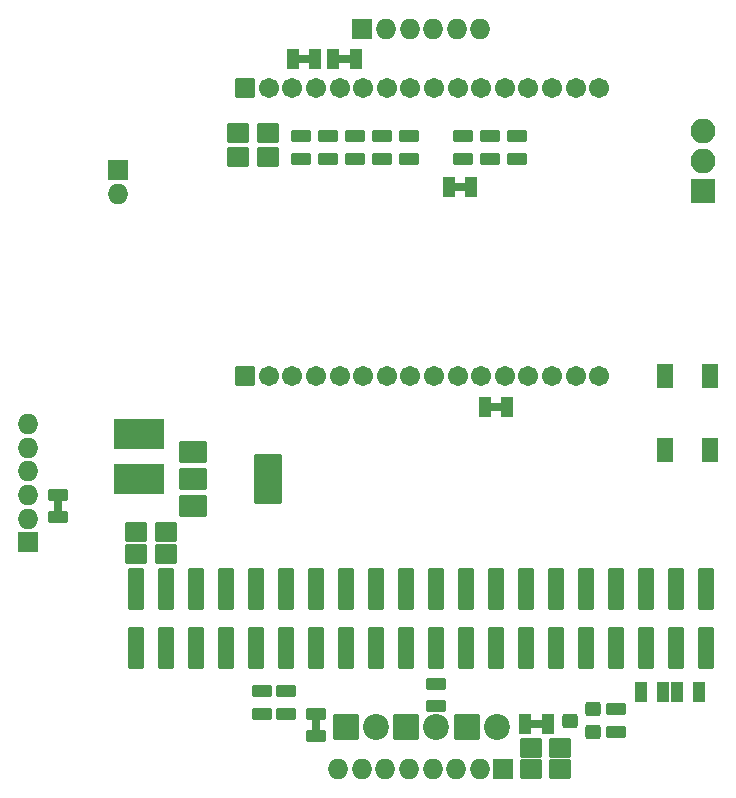
<source format=gts>
%TF.GenerationSoftware,KiCad,Pcbnew,7.0.11-7.0.11~ubuntu20.04.1*%
%TF.CreationDate,2018-09-28T09:22:47+02:00*%
%TF.ProjectId,helmet__,68656c6d-6574-45f5-9f2e-6b696361645f,rev?*%
%TF.SameCoordinates,Original*%
%TF.FileFunction,Soldermask,Top*%
%TF.FilePolarity,Negative*%
%FSLAX46Y46*%
G04 Gerber Fmt 4.6, Leading zero omitted, Abs format (unit mm)*
G04 Created by KiCad (PCBNEW 7.0.11-7.0.11~ubuntu20.04.1) date 2018-09-28 09:22:47*
%MOMM*%
%LPD*%
G01*
G04 APERTURE LIST*
G04 Aperture macros list*
%AMRoundRect*
0 Rectangle with rounded corners*
0 $1 Rounding radius*
0 $2 $3 $4 $5 $6 $7 $8 $9 X,Y pos of 4 corners*
0 Add a 4 corners polygon primitive as box body*
4,1,4,$2,$3,$4,$5,$6,$7,$8,$9,$2,$3,0*
0 Add four circle primitives for the rounded corners*
1,1,$1+$1,$2,$3*
1,1,$1+$1,$4,$5*
1,1,$1+$1,$6,$7*
1,1,$1+$1,$8,$9*
0 Add four rect primitives between the rounded corners*
20,1,$1+$1,$2,$3,$4,$5,0*
20,1,$1+$1,$4,$5,$6,$7,0*
20,1,$1+$1,$6,$7,$8,$9,0*
20,1,$1+$1,$8,$9,$2,$3,0*%
G04 Aperture macros list end*
%ADD10RoundRect,0.200000X-0.750000X-0.625000X0.750000X-0.625000X0.750000X0.625000X-0.750000X0.625000X0*%
%ADD11RoundRect,0.200000X0.750000X0.625000X-0.750000X0.625000X-0.750000X-0.625000X0.750000X-0.625000X0*%
%ADD12RoundRect,0.200000X-0.900000X-0.900000X0.900000X-0.900000X0.900000X0.900000X-0.900000X0.900000X0*%
%ADD13C,2.200000*%
%ADD14RoundRect,0.200000X-0.675000X0.675000X-0.675000X-0.675000X0.675000X-0.675000X0.675000X0.675000X0*%
%ADD15O,1.750000X1.750000*%
%ADD16RoundRect,0.200000X0.675000X0.675000X-0.675000X0.675000X-0.675000X-0.675000X0.675000X-0.675000X0*%
%ADD17RoundRect,0.200000X0.675000X-0.675000X0.675000X0.675000X-0.675000X0.675000X-0.675000X-0.675000X0*%
%ADD18RoundRect,0.200000X-0.675000X-0.675000X0.675000X-0.675000X0.675000X0.675000X-0.675000X0.675000X0*%
%ADD19RoundRect,0.200000X0.850000X0.850000X-0.850000X0.850000X-0.850000X-0.850000X0.850000X-0.850000X0*%
%ADD20O,2.100000X2.100000*%
%ADD21RoundRect,0.200000X0.350000X0.650000X-0.350000X0.650000X-0.350000X-0.650000X0.350000X-0.650000X0*%
%ADD22RoundRect,0.200000X0.762000X0.100000X-0.762000X0.100000X-0.762000X-0.100000X0.762000X-0.100000X0*%
%ADD23RoundRect,0.200000X-0.650000X0.350000X-0.650000X-0.350000X0.650000X-0.350000X0.650000X0.350000X0*%
%ADD24RoundRect,0.200000X-0.100000X0.762000X-0.100000X-0.762000X0.100000X-0.762000X0.100000X0.762000X0*%
%ADD25RoundRect,0.200000X-0.350000X-0.650000X0.350000X-0.650000X0.350000X0.650000X-0.350000X0.650000X0*%
%ADD26RoundRect,0.200000X-0.762000X-0.100000X0.762000X-0.100000X0.762000X0.100000X-0.762000X0.100000X0*%
%ADD27RoundRect,0.200000X0.650000X-0.350000X0.650000X0.350000X-0.650000X0.350000X-0.650000X-0.350000X0*%
%ADD28RoundRect,0.200000X0.100000X-0.762000X0.100000X0.762000X-0.100000X0.762000X-0.100000X-0.762000X0*%
%ADD29RoundRect,0.200000X-1.950000X1.100000X-1.950000X-1.100000X1.950000X-1.100000X1.950000X1.100000X0*%
%ADD30RoundRect,0.200000X-0.500000X0.850000X-0.500000X-0.850000X0.500000X-0.850000X0.500000X0.850000X0*%
%ADD31RoundRect,0.200000X0.652780X-0.652780X0.652780X0.652780X-0.652780X0.652780X-0.652780X-0.652780X0*%
%ADD32C,1.705560*%
%ADD33RoundRect,0.200000X-1.000000X-0.750000X1.000000X-0.750000X1.000000X0.750000X-1.000000X0.750000X0*%
%ADD34RoundRect,0.200000X-1.000000X-1.900000X1.000000X-1.900000X1.000000X1.900000X-1.000000X1.900000X0*%
%ADD35RoundRect,0.200000X-0.500000X1.575000X-0.500000X-1.575000X0.500000X-1.575000X0.500000X1.575000X0*%
%ADD36RoundRect,0.200000X0.450000X0.400000X-0.450000X0.400000X-0.450000X-0.400000X0.450000X-0.400000X0*%
G04 APERTURE END LIST*
D10*
%TO.C,C1*%
X185821000Y-91440000D03*
X188321000Y-91440000D03*
%TD*%
D11*
%TO.C,C2*%
X163556000Y-39624000D03*
X161056000Y-39624000D03*
%TD*%
D10*
%TO.C,C3*%
X185821000Y-89662000D03*
X188321000Y-89662000D03*
%TD*%
D11*
%TO.C,C4*%
X163556000Y-37592000D03*
X161056000Y-37592000D03*
%TD*%
D10*
%TO.C,C5*%
X152420000Y-73279000D03*
X154920000Y-73279000D03*
%TD*%
%TO.C,C6*%
X152420000Y-71374000D03*
X154920000Y-71374000D03*
%TD*%
D12*
%TO.C,D1*%
X170180000Y-87884000D03*
D13*
X172720000Y-87884000D03*
%TD*%
D12*
%TO.C,D2*%
X175260000Y-87884000D03*
D13*
X177800000Y-87884000D03*
%TD*%
D12*
%TO.C,D3*%
X180467000Y-87884000D03*
D13*
X183007000Y-87884000D03*
%TD*%
D14*
%TO.C,J1*%
X183515000Y-91440000D03*
D15*
X181515000Y-91440000D03*
X179515000Y-91440000D03*
X177515000Y-91440000D03*
X175515000Y-91440000D03*
X173515000Y-91440000D03*
X171515000Y-91440000D03*
X169515000Y-91440000D03*
%TD*%
D16*
%TO.C,J3*%
X143256000Y-72263000D03*
D15*
X143256000Y-70263000D03*
X143256000Y-68263000D03*
X143256000Y-66263000D03*
X143256000Y-64263000D03*
X143256000Y-62263000D03*
%TD*%
D17*
%TO.C,J4*%
X171577000Y-28829000D03*
D15*
X173577000Y-28829000D03*
X175577000Y-28829000D03*
X177577000Y-28829000D03*
X179577000Y-28829000D03*
X181577000Y-28829000D03*
%TD*%
D18*
%TO.C,J5*%
X150876000Y-40767000D03*
D15*
X150876000Y-42767000D03*
%TD*%
D19*
%TO.C,J7*%
X200406000Y-42545000D03*
D20*
X200406000Y-40005000D03*
X200406000Y-37465000D03*
%TD*%
D21*
%TO.C,JP1*%
X183830000Y-60833000D03*
D22*
X182880000Y-60833000D03*
D21*
X181930000Y-60833000D03*
%TD*%
D23*
%TO.C,JP3*%
X167640000Y-86807000D03*
D24*
X167640000Y-87757000D03*
D23*
X167640000Y-88707000D03*
%TD*%
D21*
%TO.C,JP5*%
X167574000Y-31369000D03*
D22*
X166624000Y-31369000D03*
D21*
X165674000Y-31369000D03*
%TD*%
%TO.C,JP6*%
X171003000Y-31369000D03*
D22*
X170053000Y-31369000D03*
D21*
X169103000Y-31369000D03*
%TD*%
D25*
%TO.C,JP7*%
X178882000Y-42164000D03*
D26*
X179832000Y-42164000D03*
D25*
X180782000Y-42164000D03*
%TD*%
D27*
%TO.C,JP8*%
X145796000Y-70165000D03*
D28*
X145796000Y-69215000D03*
D27*
X145796000Y-68265000D03*
%TD*%
D29*
%TO.C,L1*%
X152654000Y-63124000D03*
X152654000Y-66924000D03*
%TD*%
D27*
%TO.C,R1*%
X166370000Y-39812000D03*
X166370000Y-37912000D03*
%TD*%
%TO.C,R2*%
X168656000Y-39812000D03*
X168656000Y-37912000D03*
%TD*%
%TO.C,R3*%
X170942000Y-39812000D03*
X170942000Y-37912000D03*
%TD*%
%TO.C,R4*%
X173228000Y-39812000D03*
X173228000Y-37912000D03*
%TD*%
%TO.C,R5*%
X175514000Y-39812000D03*
X175514000Y-37912000D03*
%TD*%
D23*
%TO.C,R6*%
X184658000Y-37912000D03*
X184658000Y-39812000D03*
%TD*%
%TO.C,R7*%
X182372000Y-37912000D03*
X182372000Y-39812000D03*
%TD*%
%TO.C,R8*%
X180086000Y-37912000D03*
X180086000Y-39812000D03*
%TD*%
D27*
%TO.C,R9*%
X163068000Y-86802000D03*
X163068000Y-84902000D03*
%TD*%
%TO.C,R10*%
X165100000Y-86802000D03*
X165100000Y-84902000D03*
%TD*%
D21*
%TO.C,R11*%
X197038000Y-84963000D03*
X195138000Y-84963000D03*
%TD*%
%TO.C,R12*%
X200086000Y-84963000D03*
X198186000Y-84963000D03*
%TD*%
D30*
%TO.C,SW9*%
X201036000Y-58191000D03*
X201036000Y-64491000D03*
X197236000Y-58191000D03*
X197236000Y-64491000D03*
%TD*%
D31*
%TO.C,U1*%
X161643060Y-58226960D03*
D32*
X163642040Y-58226960D03*
X165641020Y-58226960D03*
X167642540Y-58226960D03*
X169641520Y-58226960D03*
X171643040Y-58226960D03*
X173642020Y-58226960D03*
X175641000Y-58226960D03*
X177639980Y-58226960D03*
X179638960Y-58226960D03*
X181640480Y-58226960D03*
X183639460Y-58226960D03*
X185640980Y-58226960D03*
X187639960Y-58226960D03*
X189638940Y-58226960D03*
X191640460Y-58226960D03*
D31*
X161643060Y-33830260D03*
D32*
X163642040Y-33830260D03*
X165641020Y-33830260D03*
X167642540Y-33830260D03*
X169641520Y-33830260D03*
X171643040Y-33830260D03*
X173642020Y-33830260D03*
X175641000Y-33830260D03*
X177639980Y-33830260D03*
X179638960Y-33830260D03*
X181640480Y-33830260D03*
X183639460Y-33830260D03*
X185640980Y-33830260D03*
X187639960Y-33830260D03*
X189638940Y-33830260D03*
X191640460Y-33830260D03*
%TD*%
D33*
%TO.C,U2*%
X157251000Y-64629000D03*
X157251000Y-66929000D03*
X157251000Y-69229000D03*
D34*
X163551000Y-66929000D03*
%TD*%
D35*
%TO.C,J2*%
X200660000Y-76215000D03*
X200660000Y-81265000D03*
X198120000Y-76215000D03*
X198120000Y-81265000D03*
X195580000Y-76215000D03*
X195580000Y-81265000D03*
X193040000Y-76215000D03*
X193040000Y-81265000D03*
X190500000Y-76215000D03*
X190500000Y-81265000D03*
X187960000Y-76215000D03*
X187960000Y-81265000D03*
X185420000Y-76215000D03*
X185420000Y-81265000D03*
X182880000Y-76215000D03*
X182880000Y-81265000D03*
X180340000Y-76215000D03*
X180340000Y-81265000D03*
X177800000Y-76215000D03*
X177800000Y-81265000D03*
X175260000Y-76215000D03*
X175260000Y-81265000D03*
X172720000Y-76215000D03*
X172720000Y-81265000D03*
X170180000Y-76215000D03*
X170180000Y-81265000D03*
X167640000Y-76215000D03*
X167640000Y-81265000D03*
X165100000Y-76215000D03*
X165100000Y-81265000D03*
X162560000Y-76215000D03*
X162560000Y-81265000D03*
X160020000Y-76215000D03*
X160020000Y-81265000D03*
X157480000Y-76215000D03*
X157480000Y-81265000D03*
X154940000Y-76215000D03*
X154940000Y-81265000D03*
X152400000Y-76215000D03*
X152400000Y-81265000D03*
%TD*%
D21*
%TO.C,JP4*%
X187259000Y-87630000D03*
D22*
X186309000Y-87630000D03*
D21*
X185359000Y-87630000D03*
%TD*%
D27*
%TO.C,R13*%
X177800000Y-86167000D03*
X177800000Y-84267000D03*
%TD*%
D36*
%TO.C,Q1*%
X191119000Y-88326000D03*
X191119000Y-86426000D03*
X189119000Y-87376000D03*
%TD*%
D23*
%TO.C,R14*%
X193040000Y-86426000D03*
X193040000Y-88326000D03*
%TD*%
M02*

</source>
